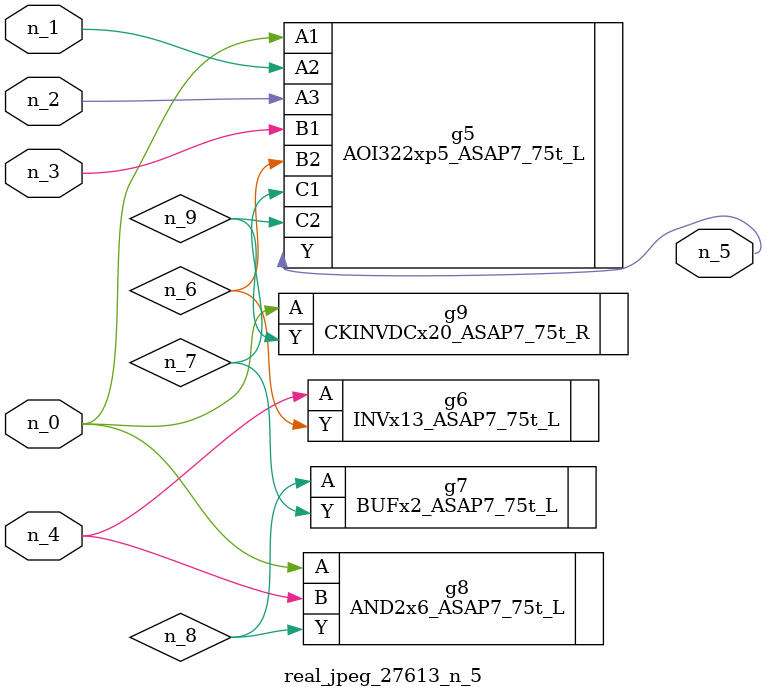
<source format=v>
module real_jpeg_27613_n_5 (n_4, n_0, n_1, n_2, n_3, n_5);

input n_4;
input n_0;
input n_1;
input n_2;
input n_3;

output n_5;

wire n_8;
wire n_6;
wire n_7;
wire n_9;

AOI322xp5_ASAP7_75t_L g5 ( 
.A1(n_0),
.A2(n_1),
.A3(n_2),
.B1(n_3),
.B2(n_6),
.C1(n_7),
.C2(n_9),
.Y(n_5)
);

AND2x6_ASAP7_75t_L g8 ( 
.A(n_0),
.B(n_4),
.Y(n_8)
);

CKINVDCx20_ASAP7_75t_R g9 ( 
.A(n_0),
.Y(n_9)
);

INVx13_ASAP7_75t_L g6 ( 
.A(n_4),
.Y(n_6)
);

BUFx2_ASAP7_75t_L g7 ( 
.A(n_8),
.Y(n_7)
);


endmodule
</source>
